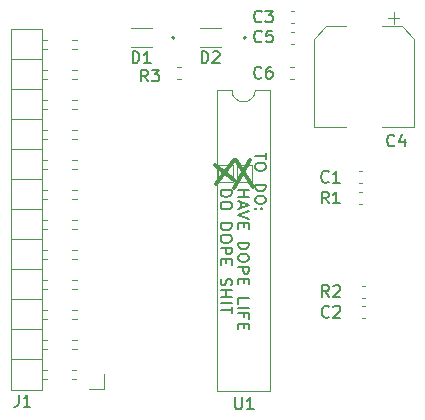
<source format=gbr>
%TF.GenerationSoftware,KiCad,Pcbnew,5.99.0-unknown-ad88874~101~ubuntu20.04.1*%
%TF.CreationDate,2020-05-19T21:35:34-04:00*%
%TF.ProjectId,L6205DIP,4c363230-3544-4495-902e-6b696361645f,rev?*%
%TF.SameCoordinates,Original*%
%TF.FileFunction,Legend,Top*%
%TF.FilePolarity,Positive*%
%FSLAX46Y46*%
G04 Gerber Fmt 4.6, Leading zero omitted, Abs format (unit mm)*
G04 Created by KiCad (PCBNEW 5.99.0-unknown-ad88874~101~ubuntu20.04.1) date 2020-05-19 21:35:34*
%MOMM*%
%LPD*%
G01*
G04 APERTURE LIST*
%ADD10C,0.300000*%
%ADD11C,0.120000*%
%ADD12C,0.200000*%
%ADD13C,0.150000*%
G04 APERTURE END LIST*
D10*
X117650000Y-113750000D02*
X119250000Y-115050000D01*
X119250000Y-113350000D02*
X117750000Y-115350000D01*
X119450000Y-113350000D02*
X120850000Y-115650000D01*
X120650000Y-113350000D02*
X119250000Y-115750000D01*
D11*
X119150000Y-115250000D02*
X117900000Y-115250000D01*
X117900000Y-113750000D02*
X119150000Y-113750000D01*
X119150000Y-113750000D02*
X119150000Y-115250000D01*
X117900000Y-115250000D02*
X117900000Y-113750000D01*
X120750000Y-115250000D02*
X119500000Y-115250000D01*
X120750000Y-113750000D02*
X120750000Y-115250000D01*
X119500000Y-113750000D02*
X120750000Y-113750000D01*
X119500000Y-115250000D02*
X119500000Y-113750000D01*
D12*
X121941857Y-112725238D02*
X121941857Y-113296666D01*
X121041857Y-113010952D02*
X121941857Y-113010952D01*
X121941857Y-113820476D02*
X121941857Y-114010952D01*
X121899000Y-114106190D01*
X121813285Y-114201428D01*
X121641857Y-114249047D01*
X121341857Y-114249047D01*
X121170428Y-114201428D01*
X121084714Y-114106190D01*
X121041857Y-114010952D01*
X121041857Y-113820476D01*
X121084714Y-113725238D01*
X121170428Y-113630000D01*
X121341857Y-113582380D01*
X121641857Y-113582380D01*
X121813285Y-113630000D01*
X121899000Y-113725238D01*
X121941857Y-113820476D01*
X121041857Y-115439523D02*
X121941857Y-115439523D01*
X121941857Y-115677619D01*
X121899000Y-115820476D01*
X121813285Y-115915714D01*
X121727571Y-115963333D01*
X121556142Y-116010952D01*
X121427571Y-116010952D01*
X121256142Y-115963333D01*
X121170428Y-115915714D01*
X121084714Y-115820476D01*
X121041857Y-115677619D01*
X121041857Y-115439523D01*
X121941857Y-116630000D02*
X121941857Y-116820476D01*
X121899000Y-116915714D01*
X121813285Y-117010952D01*
X121641857Y-117058571D01*
X121341857Y-117058571D01*
X121170428Y-117010952D01*
X121084714Y-116915714D01*
X121041857Y-116820476D01*
X121041857Y-116630000D01*
X121084714Y-116534761D01*
X121170428Y-116439523D01*
X121341857Y-116391904D01*
X121641857Y-116391904D01*
X121813285Y-116439523D01*
X121899000Y-116534761D01*
X121941857Y-116630000D01*
X121127571Y-117487142D02*
X121084714Y-117534761D01*
X121041857Y-117487142D01*
X121084714Y-117439523D01*
X121127571Y-117487142D01*
X121041857Y-117487142D01*
X121599000Y-117487142D02*
X121556142Y-117534761D01*
X121513285Y-117487142D01*
X121556142Y-117439523D01*
X121599000Y-117487142D01*
X121513285Y-117487142D01*
X119592857Y-115915714D02*
X120492857Y-115915714D01*
X120064285Y-115915714D02*
X120064285Y-116487142D01*
X119592857Y-116487142D02*
X120492857Y-116487142D01*
X119850000Y-116915714D02*
X119850000Y-117391904D01*
X119592857Y-116820476D02*
X120492857Y-117153809D01*
X119592857Y-117487142D01*
X120492857Y-117677619D02*
X119592857Y-118010952D01*
X120492857Y-118344285D01*
X120064285Y-118677619D02*
X120064285Y-119010952D01*
X119592857Y-119153809D02*
X119592857Y-118677619D01*
X120492857Y-118677619D01*
X120492857Y-119153809D01*
X119592857Y-120344285D02*
X120492857Y-120344285D01*
X120492857Y-120582380D01*
X120450000Y-120725238D01*
X120364285Y-120820476D01*
X120278571Y-120868095D01*
X120107142Y-120915714D01*
X119978571Y-120915714D01*
X119807142Y-120868095D01*
X119721428Y-120820476D01*
X119635714Y-120725238D01*
X119592857Y-120582380D01*
X119592857Y-120344285D01*
X120492857Y-121534761D02*
X120492857Y-121725238D01*
X120450000Y-121820476D01*
X120364285Y-121915714D01*
X120192857Y-121963333D01*
X119892857Y-121963333D01*
X119721428Y-121915714D01*
X119635714Y-121820476D01*
X119592857Y-121725238D01*
X119592857Y-121534761D01*
X119635714Y-121439523D01*
X119721428Y-121344285D01*
X119892857Y-121296666D01*
X120192857Y-121296666D01*
X120364285Y-121344285D01*
X120450000Y-121439523D01*
X120492857Y-121534761D01*
X119592857Y-122391904D02*
X120492857Y-122391904D01*
X120492857Y-122772857D01*
X120450000Y-122868095D01*
X120407142Y-122915714D01*
X120321428Y-122963333D01*
X120192857Y-122963333D01*
X120107142Y-122915714D01*
X120064285Y-122868095D01*
X120021428Y-122772857D01*
X120021428Y-122391904D01*
X120064285Y-123391904D02*
X120064285Y-123725238D01*
X119592857Y-123868095D02*
X119592857Y-123391904D01*
X120492857Y-123391904D01*
X120492857Y-123868095D01*
X119592857Y-125534761D02*
X119592857Y-125058571D01*
X120492857Y-125058571D01*
X119592857Y-125868095D02*
X120492857Y-125868095D01*
X120064285Y-126677619D02*
X120064285Y-126344285D01*
X119592857Y-126344285D02*
X120492857Y-126344285D01*
X120492857Y-126820476D01*
X120064285Y-127201428D02*
X120064285Y-127534761D01*
X119592857Y-127677619D02*
X119592857Y-127201428D01*
X120492857Y-127201428D01*
X120492857Y-127677619D01*
X118143857Y-115915714D02*
X119043857Y-115915714D01*
X119043857Y-116153809D01*
X119001000Y-116296666D01*
X118915285Y-116391904D01*
X118829571Y-116439523D01*
X118658142Y-116487142D01*
X118529571Y-116487142D01*
X118358142Y-116439523D01*
X118272428Y-116391904D01*
X118186714Y-116296666D01*
X118143857Y-116153809D01*
X118143857Y-115915714D01*
X119043857Y-117106190D02*
X119043857Y-117296666D01*
X119001000Y-117391904D01*
X118915285Y-117487142D01*
X118743857Y-117534761D01*
X118443857Y-117534761D01*
X118272428Y-117487142D01*
X118186714Y-117391904D01*
X118143857Y-117296666D01*
X118143857Y-117106190D01*
X118186714Y-117010952D01*
X118272428Y-116915714D01*
X118443857Y-116868095D01*
X118743857Y-116868095D01*
X118915285Y-116915714D01*
X119001000Y-117010952D01*
X119043857Y-117106190D01*
X118143857Y-118725238D02*
X119043857Y-118725238D01*
X119043857Y-118963333D01*
X119001000Y-119106190D01*
X118915285Y-119201428D01*
X118829571Y-119249047D01*
X118658142Y-119296666D01*
X118529571Y-119296666D01*
X118358142Y-119249047D01*
X118272428Y-119201428D01*
X118186714Y-119106190D01*
X118143857Y-118963333D01*
X118143857Y-118725238D01*
X119043857Y-119915714D02*
X119043857Y-120106190D01*
X119001000Y-120201428D01*
X118915285Y-120296666D01*
X118743857Y-120344285D01*
X118443857Y-120344285D01*
X118272428Y-120296666D01*
X118186714Y-120201428D01*
X118143857Y-120106190D01*
X118143857Y-119915714D01*
X118186714Y-119820476D01*
X118272428Y-119725238D01*
X118443857Y-119677619D01*
X118743857Y-119677619D01*
X118915285Y-119725238D01*
X119001000Y-119820476D01*
X119043857Y-119915714D01*
X118143857Y-120772857D02*
X119043857Y-120772857D01*
X119043857Y-121153809D01*
X119001000Y-121249047D01*
X118958142Y-121296666D01*
X118872428Y-121344285D01*
X118743857Y-121344285D01*
X118658142Y-121296666D01*
X118615285Y-121249047D01*
X118572428Y-121153809D01*
X118572428Y-120772857D01*
X118615285Y-121772857D02*
X118615285Y-122106190D01*
X118143857Y-122249047D02*
X118143857Y-121772857D01*
X119043857Y-121772857D01*
X119043857Y-122249047D01*
X118186714Y-123391904D02*
X118143857Y-123534761D01*
X118143857Y-123772857D01*
X118186714Y-123868095D01*
X118229571Y-123915714D01*
X118315285Y-123963333D01*
X118401000Y-123963333D01*
X118486714Y-123915714D01*
X118529571Y-123868095D01*
X118572428Y-123772857D01*
X118615285Y-123582380D01*
X118658142Y-123487142D01*
X118701000Y-123439523D01*
X118786714Y-123391904D01*
X118872428Y-123391904D01*
X118958142Y-123439523D01*
X119001000Y-123487142D01*
X119043857Y-123582380D01*
X119043857Y-123820476D01*
X119001000Y-123963333D01*
X118143857Y-124391904D02*
X119043857Y-124391904D01*
X118615285Y-124391904D02*
X118615285Y-124963333D01*
X118143857Y-124963333D02*
X119043857Y-124963333D01*
X118143857Y-125439523D02*
X119043857Y-125439523D01*
X119043857Y-125772857D02*
X119043857Y-126344285D01*
X118143857Y-126058571D02*
X119043857Y-126058571D01*
D13*
%TO.C,J1*%
X101011666Y-133222380D02*
X101011666Y-133936666D01*
X100964047Y-134079523D01*
X100868809Y-134174761D01*
X100725952Y-134222380D01*
X100630714Y-134222380D01*
X102011666Y-134222380D02*
X101440238Y-134222380D01*
X101725952Y-134222380D02*
X101725952Y-133222380D01*
X101630714Y-133365238D01*
X101535476Y-133460476D01*
X101440238Y-133508095D01*
%TO.C,C1*%
X127258333Y-115182142D02*
X127210714Y-115229761D01*
X127067857Y-115277380D01*
X126972619Y-115277380D01*
X126829761Y-115229761D01*
X126734523Y-115134523D01*
X126686904Y-115039285D01*
X126639285Y-114848809D01*
X126639285Y-114705952D01*
X126686904Y-114515476D01*
X126734523Y-114420238D01*
X126829761Y-114325000D01*
X126972619Y-114277380D01*
X127067857Y-114277380D01*
X127210714Y-114325000D01*
X127258333Y-114372619D01*
X128210714Y-115277380D02*
X127639285Y-115277380D01*
X127925000Y-115277380D02*
X127925000Y-114277380D01*
X127829761Y-114420238D01*
X127734523Y-114515476D01*
X127639285Y-114563095D01*
%TO.C,C2*%
X127295833Y-126607142D02*
X127248214Y-126654761D01*
X127105357Y-126702380D01*
X127010119Y-126702380D01*
X126867261Y-126654761D01*
X126772023Y-126559523D01*
X126724404Y-126464285D01*
X126676785Y-126273809D01*
X126676785Y-126130952D01*
X126724404Y-125940476D01*
X126772023Y-125845238D01*
X126867261Y-125750000D01*
X127010119Y-125702380D01*
X127105357Y-125702380D01*
X127248214Y-125750000D01*
X127295833Y-125797619D01*
X127676785Y-125797619D02*
X127724404Y-125750000D01*
X127819642Y-125702380D01*
X128057738Y-125702380D01*
X128152976Y-125750000D01*
X128200595Y-125797619D01*
X128248214Y-125892857D01*
X128248214Y-125988095D01*
X128200595Y-126130952D01*
X127629166Y-126702380D01*
X128248214Y-126702380D01*
%TO.C,C3*%
X121583333Y-101607142D02*
X121535714Y-101654761D01*
X121392857Y-101702380D01*
X121297619Y-101702380D01*
X121154761Y-101654761D01*
X121059523Y-101559523D01*
X121011904Y-101464285D01*
X120964285Y-101273809D01*
X120964285Y-101130952D01*
X121011904Y-100940476D01*
X121059523Y-100845238D01*
X121154761Y-100750000D01*
X121297619Y-100702380D01*
X121392857Y-100702380D01*
X121535714Y-100750000D01*
X121583333Y-100797619D01*
X121916666Y-100702380D02*
X122535714Y-100702380D01*
X122202380Y-101083333D01*
X122345238Y-101083333D01*
X122440476Y-101130952D01*
X122488095Y-101178571D01*
X122535714Y-101273809D01*
X122535714Y-101511904D01*
X122488095Y-101607142D01*
X122440476Y-101654761D01*
X122345238Y-101702380D01*
X122059523Y-101702380D01*
X121964285Y-101654761D01*
X121916666Y-101607142D01*
%TO.C,C5*%
X121583333Y-103307142D02*
X121535714Y-103354761D01*
X121392857Y-103402380D01*
X121297619Y-103402380D01*
X121154761Y-103354761D01*
X121059523Y-103259523D01*
X121011904Y-103164285D01*
X120964285Y-102973809D01*
X120964285Y-102830952D01*
X121011904Y-102640476D01*
X121059523Y-102545238D01*
X121154761Y-102450000D01*
X121297619Y-102402380D01*
X121392857Y-102402380D01*
X121535714Y-102450000D01*
X121583333Y-102497619D01*
X122488095Y-102402380D02*
X122011904Y-102402380D01*
X121964285Y-102878571D01*
X122011904Y-102830952D01*
X122107142Y-102783333D01*
X122345238Y-102783333D01*
X122440476Y-102830952D01*
X122488095Y-102878571D01*
X122535714Y-102973809D01*
X122535714Y-103211904D01*
X122488095Y-103307142D01*
X122440476Y-103354761D01*
X122345238Y-103402380D01*
X122107142Y-103402380D01*
X122011904Y-103354761D01*
X121964285Y-103307142D01*
%TO.C,C6*%
X121570833Y-106357142D02*
X121523214Y-106404761D01*
X121380357Y-106452380D01*
X121285119Y-106452380D01*
X121142261Y-106404761D01*
X121047023Y-106309523D01*
X120999404Y-106214285D01*
X120951785Y-106023809D01*
X120951785Y-105880952D01*
X120999404Y-105690476D01*
X121047023Y-105595238D01*
X121142261Y-105500000D01*
X121285119Y-105452380D01*
X121380357Y-105452380D01*
X121523214Y-105500000D01*
X121570833Y-105547619D01*
X122427976Y-105452380D02*
X122237500Y-105452380D01*
X122142261Y-105500000D01*
X122094642Y-105547619D01*
X121999404Y-105690476D01*
X121951785Y-105880952D01*
X121951785Y-106261904D01*
X121999404Y-106357142D01*
X122047023Y-106404761D01*
X122142261Y-106452380D01*
X122332738Y-106452380D01*
X122427976Y-106404761D01*
X122475595Y-106357142D01*
X122523214Y-106261904D01*
X122523214Y-106023809D01*
X122475595Y-105928571D01*
X122427976Y-105880952D01*
X122332738Y-105833333D01*
X122142261Y-105833333D01*
X122047023Y-105880952D01*
X121999404Y-105928571D01*
X121951785Y-106023809D01*
%TO.C,R1*%
X127258333Y-117027380D02*
X126925000Y-116551190D01*
X126686904Y-117027380D02*
X126686904Y-116027380D01*
X127067857Y-116027380D01*
X127163095Y-116075000D01*
X127210714Y-116122619D01*
X127258333Y-116217857D01*
X127258333Y-116360714D01*
X127210714Y-116455952D01*
X127163095Y-116503571D01*
X127067857Y-116551190D01*
X126686904Y-116551190D01*
X128210714Y-117027380D02*
X127639285Y-117027380D01*
X127925000Y-117027380D02*
X127925000Y-116027380D01*
X127829761Y-116170238D01*
X127734523Y-116265476D01*
X127639285Y-116313095D01*
%TO.C,R2*%
X127295833Y-124952380D02*
X126962500Y-124476190D01*
X126724404Y-124952380D02*
X126724404Y-123952380D01*
X127105357Y-123952380D01*
X127200595Y-124000000D01*
X127248214Y-124047619D01*
X127295833Y-124142857D01*
X127295833Y-124285714D01*
X127248214Y-124380952D01*
X127200595Y-124428571D01*
X127105357Y-124476190D01*
X126724404Y-124476190D01*
X127676785Y-124047619D02*
X127724404Y-124000000D01*
X127819642Y-123952380D01*
X128057738Y-123952380D01*
X128152976Y-124000000D01*
X128200595Y-124047619D01*
X128248214Y-124142857D01*
X128248214Y-124238095D01*
X128200595Y-124380952D01*
X127629166Y-124952380D01*
X128248214Y-124952380D01*
%TO.C,R3*%
X111958333Y-106702380D02*
X111625000Y-106226190D01*
X111386904Y-106702380D02*
X111386904Y-105702380D01*
X111767857Y-105702380D01*
X111863095Y-105750000D01*
X111910714Y-105797619D01*
X111958333Y-105892857D01*
X111958333Y-106035714D01*
X111910714Y-106130952D01*
X111863095Y-106178571D01*
X111767857Y-106226190D01*
X111386904Y-106226190D01*
X112291666Y-105702380D02*
X112910714Y-105702380D01*
X112577380Y-106083333D01*
X112720238Y-106083333D01*
X112815476Y-106130952D01*
X112863095Y-106178571D01*
X112910714Y-106273809D01*
X112910714Y-106511904D01*
X112863095Y-106607142D01*
X112815476Y-106654761D01*
X112720238Y-106702380D01*
X112434523Y-106702380D01*
X112339285Y-106654761D01*
X112291666Y-106607142D01*
%TO.C,C4*%
X132833333Y-112107142D02*
X132785714Y-112154761D01*
X132642857Y-112202380D01*
X132547619Y-112202380D01*
X132404761Y-112154761D01*
X132309523Y-112059523D01*
X132261904Y-111964285D01*
X132214285Y-111773809D01*
X132214285Y-111630952D01*
X132261904Y-111440476D01*
X132309523Y-111345238D01*
X132404761Y-111250000D01*
X132547619Y-111202380D01*
X132642857Y-111202380D01*
X132785714Y-111250000D01*
X132833333Y-111297619D01*
X133690476Y-111535714D02*
X133690476Y-112202380D01*
X133452380Y-111154761D02*
X133214285Y-111869047D01*
X133833333Y-111869047D01*
%TO.C,U1*%
X119358095Y-133442380D02*
X119358095Y-134251904D01*
X119405714Y-134347142D01*
X119453333Y-134394761D01*
X119548571Y-134442380D01*
X119739047Y-134442380D01*
X119834285Y-134394761D01*
X119881904Y-134347142D01*
X119929523Y-134251904D01*
X119929523Y-133442380D01*
X120929523Y-134442380D02*
X120358095Y-134442380D01*
X120643809Y-134442380D02*
X120643809Y-133442380D01*
X120548571Y-133585238D01*
X120453333Y-133680476D01*
X120358095Y-133728095D01*
%TO.C,D2*%
X116511904Y-105152380D02*
X116511904Y-104152380D01*
X116750000Y-104152380D01*
X116892857Y-104200000D01*
X116988095Y-104295238D01*
X117035714Y-104390476D01*
X117083333Y-104580952D01*
X117083333Y-104723809D01*
X117035714Y-104914285D01*
X116988095Y-105009523D01*
X116892857Y-105104761D01*
X116750000Y-105152380D01*
X116511904Y-105152380D01*
X117464285Y-104247619D02*
X117511904Y-104200000D01*
X117607142Y-104152380D01*
X117845238Y-104152380D01*
X117940476Y-104200000D01*
X117988095Y-104247619D01*
X118035714Y-104342857D01*
X118035714Y-104438095D01*
X117988095Y-104580952D01*
X117416666Y-105152380D01*
X118035714Y-105152380D01*
%TO.C,D1*%
X110661904Y-105152380D02*
X110661904Y-104152380D01*
X110900000Y-104152380D01*
X111042857Y-104200000D01*
X111138095Y-104295238D01*
X111185714Y-104390476D01*
X111233333Y-104580952D01*
X111233333Y-104723809D01*
X111185714Y-104914285D01*
X111138095Y-105009523D01*
X111042857Y-105104761D01*
X110900000Y-105152380D01*
X110661904Y-105152380D01*
X112185714Y-105152380D02*
X111614285Y-105152380D01*
X111900000Y-105152380D02*
X111900000Y-104152380D01*
X111804761Y-104295238D01*
X111709523Y-104390476D01*
X111614285Y-104438095D01*
D11*
%TO.C,J1*%
X103020000Y-132830000D02*
X103020000Y-102230000D01*
X103020000Y-102230000D02*
X100360000Y-102230000D01*
X100360000Y-102230000D02*
X100360000Y-132830000D01*
X100360000Y-132830000D02*
X103020000Y-132830000D01*
X103417071Y-131880000D02*
X103020000Y-131880000D01*
X103417071Y-131120000D02*
X103020000Y-131120000D01*
X105890000Y-131880000D02*
X105502929Y-131880000D01*
X105890000Y-131120000D02*
X105502929Y-131120000D01*
X103020000Y-130230000D02*
X100360000Y-130230000D01*
X103417071Y-129340000D02*
X103020000Y-129340000D01*
X103417071Y-128580000D02*
X103020000Y-128580000D01*
X105957071Y-129340000D02*
X105502929Y-129340000D01*
X105957071Y-128580000D02*
X105502929Y-128580000D01*
X103020000Y-127690000D02*
X100360000Y-127690000D01*
X103417071Y-126800000D02*
X103020000Y-126800000D01*
X103417071Y-126040000D02*
X103020000Y-126040000D01*
X105957071Y-126800000D02*
X105502929Y-126800000D01*
X105957071Y-126040000D02*
X105502929Y-126040000D01*
X103020000Y-125150000D02*
X100360000Y-125150000D01*
X103417071Y-124260000D02*
X103020000Y-124260000D01*
X103417071Y-123500000D02*
X103020000Y-123500000D01*
X105957071Y-124260000D02*
X105502929Y-124260000D01*
X105957071Y-123500000D02*
X105502929Y-123500000D01*
X103020000Y-122610000D02*
X100360000Y-122610000D01*
X103417071Y-121720000D02*
X103020000Y-121720000D01*
X103417071Y-120960000D02*
X103020000Y-120960000D01*
X105957071Y-121720000D02*
X105502929Y-121720000D01*
X105957071Y-120960000D02*
X105502929Y-120960000D01*
X103020000Y-120070000D02*
X100360000Y-120070000D01*
X103417071Y-119180000D02*
X103020000Y-119180000D01*
X103417071Y-118420000D02*
X103020000Y-118420000D01*
X105957071Y-119180000D02*
X105502929Y-119180000D01*
X105957071Y-118420000D02*
X105502929Y-118420000D01*
X103020000Y-117530000D02*
X100360000Y-117530000D01*
X103417071Y-116640000D02*
X103020000Y-116640000D01*
X103417071Y-115880000D02*
X103020000Y-115880000D01*
X105957071Y-116640000D02*
X105502929Y-116640000D01*
X105957071Y-115880000D02*
X105502929Y-115880000D01*
X103020000Y-114990000D02*
X100360000Y-114990000D01*
X103417071Y-114100000D02*
X103020000Y-114100000D01*
X103417071Y-113340000D02*
X103020000Y-113340000D01*
X105957071Y-114100000D02*
X105502929Y-114100000D01*
X105957071Y-113340000D02*
X105502929Y-113340000D01*
X103020000Y-112450000D02*
X100360000Y-112450000D01*
X103417071Y-111560000D02*
X103020000Y-111560000D01*
X103417071Y-110800000D02*
X103020000Y-110800000D01*
X105957071Y-111560000D02*
X105502929Y-111560000D01*
X105957071Y-110800000D02*
X105502929Y-110800000D01*
X103020000Y-109910000D02*
X100360000Y-109910000D01*
X103417071Y-109020000D02*
X103020000Y-109020000D01*
X103417071Y-108260000D02*
X103020000Y-108260000D01*
X105957071Y-109020000D02*
X105502929Y-109020000D01*
X105957071Y-108260000D02*
X105502929Y-108260000D01*
X103020000Y-107370000D02*
X100360000Y-107370000D01*
X103417071Y-106480000D02*
X103020000Y-106480000D01*
X103417071Y-105720000D02*
X103020000Y-105720000D01*
X105957071Y-106480000D02*
X105502929Y-106480000D01*
X105957071Y-105720000D02*
X105502929Y-105720000D01*
X103020000Y-104830000D02*
X100360000Y-104830000D01*
X103417071Y-103940000D02*
X103020000Y-103940000D01*
X103417071Y-103180000D02*
X103020000Y-103180000D01*
X105957071Y-103940000D02*
X105502929Y-103940000D01*
X105957071Y-103180000D02*
X105502929Y-103180000D01*
X108270000Y-131500000D02*
X108270000Y-132770000D01*
X108270000Y-132770000D02*
X107000000Y-132770000D01*
%TO.C,C1*%
X129799721Y-114315000D02*
X130125279Y-114315000D01*
X129799721Y-115335000D02*
X130125279Y-115335000D01*
%TO.C,C2*%
X130049721Y-126760000D02*
X130375279Y-126760000D01*
X130049721Y-125740000D02*
X130375279Y-125740000D01*
%TO.C,C3*%
X124375279Y-100740000D02*
X124049721Y-100740000D01*
X124375279Y-101760000D02*
X124049721Y-101760000D01*
%TO.C,C5*%
X124375279Y-102490000D02*
X124049721Y-102490000D01*
X124375279Y-103510000D02*
X124049721Y-103510000D01*
%TO.C,C6*%
X124037221Y-106510000D02*
X124362779Y-106510000D01*
X124037221Y-105490000D02*
X124362779Y-105490000D01*
%TO.C,R1*%
X130125279Y-117085000D02*
X129799721Y-117085000D01*
X130125279Y-116065000D02*
X129799721Y-116065000D01*
%TO.C,R2*%
X130375279Y-123990000D02*
X130049721Y-123990000D01*
X130375279Y-125010000D02*
X130049721Y-125010000D01*
%TO.C,R3*%
X114424721Y-106510000D02*
X114750279Y-106510000D01*
X114424721Y-105490000D02*
X114750279Y-105490000D01*
%TO.C,C4*%
X133260000Y-101300000D02*
X132260000Y-101300000D01*
X132760000Y-100800000D02*
X132760000Y-101800000D01*
X127054437Y-102040000D02*
X125990000Y-103104437D01*
X133445563Y-102040000D02*
X134510000Y-103104437D01*
X133445563Y-102040000D02*
X131760000Y-102040000D01*
X127054437Y-102040000D02*
X128740000Y-102040000D01*
X125990000Y-103104437D02*
X125990000Y-110560000D01*
X134510000Y-103104437D02*
X134510000Y-110560000D01*
X134510000Y-110560000D02*
X131760000Y-110560000D01*
X125990000Y-110560000D02*
X128740000Y-110560000D01*
%TO.C,U1*%
X122310000Y-107420000D02*
X121060000Y-107420000D01*
X122310000Y-132940000D02*
X122310000Y-107420000D01*
X117810000Y-132940000D02*
X122310000Y-132940000D01*
X117810000Y-107420000D02*
X117810000Y-132940000D01*
X119060000Y-107420000D02*
X117810000Y-107420000D01*
X121060000Y-107420000D02*
G75*
G02*
X119060000Y-107420000I-1000000J0D01*
G01*
%TO.C,D2*%
X118150000Y-103800000D02*
X116350000Y-103800000D01*
D12*
X120250000Y-103000000D02*
G75*
G03*
X120250000Y-103000000I-100000J0D01*
G01*
D11*
X118150000Y-102200000D02*
X116350000Y-102200000D01*
%TO.C,D1*%
X112300000Y-102200000D02*
X110500000Y-102200000D01*
D12*
X114200000Y-103000000D02*
G75*
G03*
X114200000Y-103000000I-100000J0D01*
G01*
D11*
X112300000Y-103800000D02*
X110500000Y-103800000D01*
%TD*%
M02*

</source>
